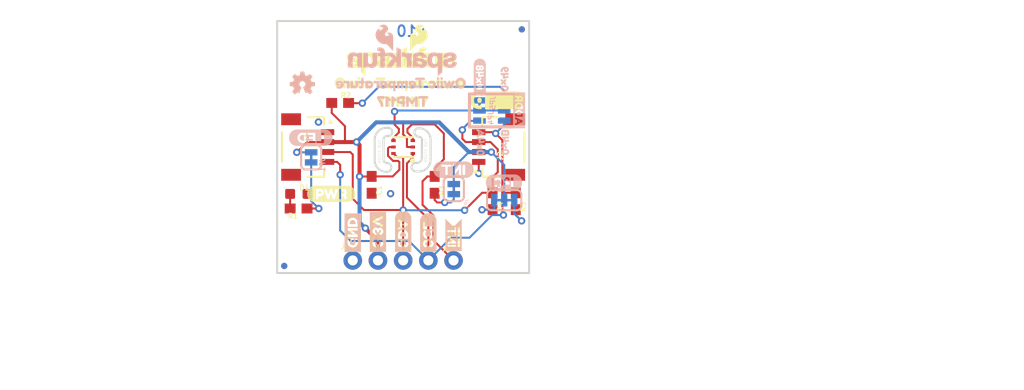
<source format=kicad_pcb>
(kicad_pcb (version 20211014) (generator pcbnew)
  (layers (0 "F.Cu" signal) (31 "B.Cu" signal) (34 "B.Paste" user) (35 "F.Paste" user) (36 "B.SilkS" user "B.Silkscreen") (37 "F.SilkS" user "F.Silkscreen") (38 "B.Mask" user) (39 "F.Mask" user) (44 "Edge.Cuts" user))
  (net 0 "")
  (net 1 "GND")
  (net 2 "3.3V")
  (net 3 "SDA")
  (net 4 "~{INT}")
  (net 5 "N$1")
  (net 6 "ADD0")
  (net 7 "SCL")
  (net 8 "N$2")
  (net 9 "N$3")
  (net 10 "N$4")
  (net 11 "N$7")
  (net 12 "N$8")
  (footprint "boardEagle:CREATIVE_COMMONS" (layer "F.Cu") (at 128.1811 126.5936)
    (fp_text reference "FRAME1" hide)
    (fp_text value "FRAME-LETTER" hide)
  )
  (footprint "boardEagle:STAND-OFF" (layer "F.Cu") (at 158.6611 94.8436)
    (fp_text reference "JP8" hide)
    (fp_text value "STAND-OFF" hide)
    (pad "" np_thru_hole circle (at 0 0) (size 3.302 3.302) (drill 3.302) (layers *.Cu *.Mask))
  )
  (footprint "boardEagle:STAND-OFF" (layer "F.Cu") (at 158.6611 115.1636)
    (fp_text reference "JP3" hide)
    (fp_text value "STAND-OFF" hide)
    (pad "" np_thru_hole circle (at 0 0) (size 3.302 3.302) (drill 3.302) (layers *.Cu *.Mask))
  )
  (footprint "boardEagle:3.3V" (layer "F.Cu") (at 145.9611 116.0526 90)
    (fp_text reference "U$19" hide)
    (fp_text value "" hide)
  )
  (footprint "boardEagle:0603" (layer "F.Cu") (at 157.5181 110.4646 -90)
    (fp_text reference "R4" (at 0 -0.762 90) (layer "F.SilkS") (effects (font (size 0.512064 0.512064) (thickness 0.097536)) (justify right)))
    (fp_text value "2.2k")
    (pad "1" smd rect (at -0.85 0 270) (size 1.1 1) (layers "F.Cu" "F.Paste" "F.Mask") (net 3 "SDA"))
    (pad "2" smd rect (at 0.85 0 270) (size 1.1 1) (layers "F.Cu" "F.Paste" "F.Mask") (net 9 "N$3"))
  )
  (footprint "boardEagle:SCL-[)" (layer "F.Cu") (at 151.0411 116.0526 90)
    (fp_text reference "U$12" hide)
    (fp_text value "" hide)
  )
  (footprint "boardEagle:INT#-[_-04" (layer "F.Cu") (at 153.5811 116.1796 90)
    (fp_text reference "U$3" hide)
    (fp_text value "" hide)
  )
  (footprint "boardEagle:1X04_NO_SILK" (layer "F.Cu") (at 143.4211 116.4336)
    (fp_text reference "J1" (at -1.27 -1.397) (layer "F.SilkS") (effects (font (size 0.512064 0.512064) (thickness 0.097536)) (justify left)))
    (fp_text value "PTH")
    (pad "1" thru_hole circle (at 0 0 90) (size 1.8796 1.8796) (drill 1.016) (layers *.Cu *.Mask) (net 1 "GND"))
    (pad "2" thru_hole circle (at 2.54 0 90) (size 1.8796 1.8796) (drill 1.016) (layers *.Cu *.Mask) (net 2 "3.3V"))
    (pad "3" thru_hole circle (at 5.08 0 90) (size 1.8796 1.8796) (drill 1.016) (layers *.Cu *.Mask) (net 3 "SDA"))
    (pad "4" thru_hole circle (at 7.62 0 90) (size 1.8796 1.8796) (drill 1.016) (layers *.Cu *.Mask) (net 7 "SCL"))
  )
  (footprint "boardEagle:1X01_NO_SILK" (layer "F.Cu") (at 153.5811 116.4336)
    (fp_text reference "J4" (at -1.27 -1.143) (layer "F.SilkS") (effects (font (size 0.512064 0.512064) (thickness 0.097536)) (justify left)))
    (fp_text value "")
    (pad "1" thru_hole circle (at 0 0 90) (size 1.8796 1.8796) (drill 1.016) (layers *.Cu *.Mask) (net 4 "~{INT}"))
  )
  (footprint "boardEagle:TMP1171" (layer "F.Cu") (at 144.9451 100.4062)
    (fp_text reference "U$4" hide)
    (fp_text value "" hide)
  )
  (footprint "boardEagle:GND-04" (layer "F.Cu") (at 143.4211 116.0526 90)
    (fp_text reference "U$10" hide)
    (fp_text value "" hide)
  )
  (footprint "boardEagle:STAND-OFF" (layer "F.Cu") (at 138.3411 115.1636)
    (fp_text reference "JP2" hide)
    (fp_text value "STAND-OFF" hide)
    (pad "" np_thru_hole circle (at 0 0) (size 3.302 3.302) (drill 3.302) (layers *.Cu *.Mask))
  )
  (footprint "boardEagle:0603" (layer "F.Cu") (at 151.6761 108.8136 -90)
    (fp_text reference "R3" (at 0 -0.762 90) (layer "F.SilkS") (effects (font (size 0.512064 0.512064) (thickness 0.097536)) (justify right)))
    (fp_text value "10k")
    (pad "1" smd rect (at -0.85 0 270) (size 1.1 1) (layers "F.Cu" "F.Paste" "F.Mask") (net 4 "~{INT}"))
    (pad "2" smd rect (at 0.85 0 270) (size 1.1 1) (layers "F.Cu" "F.Paste" "F.Mask") (net 10 "N$4"))
  )
  (footprint "boardEagle:TMP117" (layer "F.Cu") (at 148.5011 105.0036 180)
    (fp_text reference "U1" (at -1.3 -1.15) (layer "F.SilkS") (effects (font (size 0.367386 0.367386) (thickness 0.039014)) (justify right)))
    (fp_text value "TMP117")
    (pad "1" smd rect (at -0.975 -0.65 180) (size 0.45 0.3) (layers "F.Cu" "F.Paste" "F.Mask") (net 7 "SCL"))
    (pad "2" smd rect (at -0.975 0 180) (size 0.45 0.3) (layers "F.Cu" "F.Paste" "F.Mask") (net 1 "GND"))
    (pad "3" smd rect (at -0.975 0.65 180) (size 0.45 0.3) (layers "F.Cu" "F.Paste" "F.Mask") (net 4 "~{INT}"))
    (pad "4" smd rect (at 0.975 0.65 180) (size 0.45 0.3) (layers "F.Cu" "F.Paste" "F.Mask") (net 6 "ADD0"))
    (pad "5" smd rect (at 0.975 0 180) (size 0.45 0.3) (layers "F.Cu" "F.Paste" "F.Mask") (net 2 "3.3V"))
    (pad "6" smd rect (at 0.975 -0.65 180) (size 0.45 0.3) (layers "F.Cu" "F.Paste" "F.Mask") (net 3 "SDA"))
  )
  (footprint "boardEagle:0603" (layer "F.Cu") (at 145.3261 108.8136 -90)
    (fp_text reference "C1" (at 0 -0.762 90) (layer "F.SilkS") (effects (font (size 0.512064 0.512064) (thickness 0.097536)) (justify right)))
    (fp_text value "0.1uF")
    (pad "1" smd rect (at -0.85 0 270) (size 1.1 1) (layers "F.Cu" "F.Paste" "F.Mask") (net 2 "3.3V"))
    (pad "2" smd rect (at 0.85 0 270) (size 1.1 1) (layers "F.Cu" "F.Paste" "F.Mask") (net 1 "GND"))
  )
  (footprint "boardEagle:QWIIC_5.5MM" (layer "F.Cu") (at 158.0007 100.2792)
    (fp_text reference "U$15" hide)
    (fp_text value "" hide)
  )
  (footprint "boardEagle:SDA-[)" (layer "F.Cu") (at 148.5011 116.0526 90)
    (fp_text reference "U$13" hide)
    (fp_text value "" hide)
  )
  (footprint "boardEagle:FIDUCIAL-MICRO" (layer "F.Cu") (at 136.5123 116.9924)
    (fp_text reference "FD1" hide)
    (fp_text value "FIDUCIALUFIDUCIAL" hide)
    (pad "1" smd roundrect (at 0 0) (size 0.635 0.635) (layers "F.Cu" "F.Mask") (roundrect_rratio 0.5))
  )
  (footprint "boardEagle:FIDUCIAL-MICRO" (layer "F.Cu") (at 160.4645 93.1418)
    (fp_text reference "FD2" hide)
    (fp_text value "FIDUCIALUFIDUCIAL" hide)
    (pad "1" smd roundrect (at 0 0) (size 0.635 0.635) (layers "F.Cu" "F.Mask") (roundrect_rratio 0.5))
  )
  (footprint "boardEagle:JST04_1MM_RA" (layer "F.Cu") (at 140.8811 105.0036 -90)
    (fp_text reference "J3" (at -1.397 2.159 90) (layer "F.SilkS") (effects (font (size 0.512064 0.512064) (thickness 0.097536)) (justify right)))
    (fp_text value "QWIIC_RA")
    (pad "1" smd rect (at -1.5 0 270) (size 0.6 1.35) (layers "F.Cu" "F.Paste" "F.Mask") (net 1 "GND"))
    (pad "2" smd rect (at -0.5 0 270) (size 0.6 1.35) (layers "F.Cu" "F.Paste" "F.Mask") (net 2 "3.3V"))
    (pad "3" smd rect (at 0.5 0 270) (size 0.6 1.35) (layers "F.Cu" "F.Paste" "F.Mask") (net 3 "SDA"))
    (pad "4" smd rect (at 1.5 0 270) (size 0.6 1.35) (layers "F.Cu" "F.Paste" "F.Mask") (net 7 "SCL"))
    (pad "NC1" smd rect (at 2.8 3.675 270) (size 1.2 2) (layers "F.Cu" "F.Paste" "F.Mask"))
    (pad "NC2" smd rect (at -2.8 3.675 270) (size 1.2 2) (layers "F.Cu" "F.Paste" "F.Mask"))
  )
  (footprint "boardEagle:PWR-()-04" (layer "F.Cu") (at 138.7475 109.728)
    (fp_text reference "U$20" hide)
    (fp_text value "" hide)
  )
  (footprint "boardEagle:STAND-OFF" (layer "F.Cu") (at 138.3411 94.8436)
    (fp_text reference "JP9" hide)
    (fp_text value "STAND-OFF" hide)
    (pad "" np_thru_hole circle (at 0 0) (size 3.302 3.302) (drill 3.302) (layers *.Cu *.Mask))
  )
  (footprint "boardEagle:0603" (layer "F.Cu") (at 137.9601 111.2012 180)
    (fp_text reference "R1" (at 0 -0.762) (layer "F.SilkS") (effects (font (size 0.512064 0.512064) (thickness 0.097536)) (justify right)))
    (fp_text value "1k")
    (pad "1" smd rect (at -0.85 0 180) (size 1.1 1) (layers "F.Cu" "F.Paste" "F.Mask") (net 12 "N$8"))
    (pad "2" smd rect (at 0.85 0 180) (size 1.1 1) (layers "F.Cu" "F.Paste" "F.Mask") (net 5 "N$1"))
  )
  (footprint "boardEagle:0603" (layer "F.Cu") (at 159.8549 110.4646 -90)
    (fp_text reference "R5" (at 0 -0.762 90) (layer "F.SilkS") (effects (font (size 0.512064 0.512064) (thickness 0.097536)) (justify right)))
    (fp_text value "2.2k")
    (pad "1" smd rect (at -0.85 0 270) (size 1.1 1) (layers "F.Cu" "F.Paste" "F.Mask") (net 7 "SCL"))
    (pad "2" smd rect (at 0.85 0 270) (size 1.1 1) (layers "F.Cu" "F.Paste" "F.Mask") (net 8 "N$2"))
  )
  (footprint "boardEagle:0603" (layer "F.Cu") (at 142.1511 100.5586)
    (fp_text reference "R2" (at 0 -0.762) (layer "F.SilkS") (effects (font (size 0.512064 0.512064) (thickness 0.097536)) (justify left)))
    (fp_text value "10k" hide)
    (pad "1" smd rect (at -0.85 0) (size 1.1 1) (layers "F.Cu" "F.Paste" "F.Mask") (net 2 "3.3V"))
    (pad "2" smd rect (at 0.85 0) (size 1.1 1) (layers "F.Cu" "F.Paste" "F.Mask") (net 11 "N$7"))
  )
  (footprint "boardEagle:LED-0603" (layer "F.Cu") (at 137.9855 109.728)
    (fp_text reference "D1" (at 0 -0.635) (layer "F.SilkS") (effects (font (size 0.512064 0.512064) (thickness 0.097536)) (justify left)))
    (fp_text value "RED")
    (pad "A" smd roundrect (at -0.877 0 270) (size 1 1) (layers "F.Cu" "F.Paste" "F.Mask") (roundrect_rratio 0.15) (net 5 "N$1"))
    (pad "C" smd roundrect (at 0.877 0 270) (size 1 1) (layers "F.Cu" "F.Paste" "F.Mask") (roundrect_rratio 0.15) (net 1 "GND"))
  )
  (footprint "boardEagle:SFE_LOGO_NAME_FLAME_.1" (layer "F.Cu") (at 148.3487 96.3676)
    (fp_text reference "LOGO4" hide)
    (fp_text value "SFE_LOGO_NAME_FLAME.1_INCH" hide)
  )
  (footprint "boardEagle:QWIIC_TEMPERATURE2" (layer "F.Cu") (at 140.6779 98.5266)
    (fp_text reference "U$6" hide)
    (fp_text value "" hide)
  )
  (footprint "boardEagle:JST04_1MM_RA" (layer "F.Cu") (at 156.1211 105.0036 90)
    (fp_text reference "J2" (at -1.397 2.159 90) (layer "F.SilkS") (effects (font (size 0.512064 0.512064) (thickness 0.097536)) (justify left)))
    (fp_text value "QWIIC_RA")
    (pad "1" smd rect (at -1.5 0 90) (size 0.6 1.35) (layers "F.Cu" "F.Paste" "F.Mask") (net 1 "GND"))
    (pad "2" smd rect (at -0.5 0 90) (size 0.6 1.35) (layers "F.Cu" "F.Paste" "F.Mask") (net 2 "3.3V"))
    (pad "3" smd rect (at 0.5 0 90) (size 0.6 1.35) (layers "F.Cu" "F.Paste" "F.Mask") (net 3 "SDA"))
    (pad "4" smd rect (at 1.5 0 90) (size 0.6 1.35) (layers "F.Cu" "F.Paste" "F.Mask") (net 7 "SCL"))
    (pad "NC1" smd rect (at 2.8 3.675 90) (size 1.2 2) (layers "F.Cu" "F.Paste" "F.Mask"))
    (pad "NC2" smd rect (at -2.8 3.675 90) (size 1.2 2) (layers "F.Cu" "F.Paste" "F.Mask"))
  )
  (footprint "boardEagle:SCL-[)" (layer "B.Cu") (at 151.0411 116.0526 90)
    (fp_text reference "U$9" hide)
    (fp_text value "" hide)
  )
  (footprint "boardEagle:SMT-JUMPER_3_0-NO_TRACE_NO-SILK" (layer "B.Cu") (at 158.6865 101.3206 -90)
    (fp_text reference "JP5" (at 0 1.143 -270) (layer "B.SilkS") (effects (font (size 0.512064 0.512064) (thickness 0.097536)) (justify right mirror)))
    (fp_text value "JUMPER-SMT_3_NO_NO_SILK")
    (pad "1" smd rect (at -1.016 0 270) (size 0.635 1.27) (layers "B.Cu" "B.Mask") (net 11 "N$7"))
    (pad "2" smd rect (at 0 0 270) (size 0.635 1.27) (layers "B.Cu" "B.Mask") (net 6 "ADD0"))
    (pad "3" smd rect (at 1.016 0 270) (size 0.635 1.27) (layers "B.Cu" "B.Mask") (net 7 "SCL"))
  )
  (footprint "boardEagle:LED0" (layer "B.Cu") (at 141.4907 104.0638 180)
    (fp_text reference "U$8" hide)
    (fp_text value "" hide)
  )
  (footprint "boardEagle:SMT-JUMPER_2_NC_TRACE_SILK" (layer "B.Cu") (at 139.2301 106.045 90)
    (fp_text reference "JP1" (at 0 1.143 90) (layer "B.SilkS") (effects (font (size 0.512064 0.512064) (thickness 0.097536)) (justify left mirror)))
    (fp_text value "LED")
    (fp_line (start -0.508 0) (end 0.508 0) (layer "B.Cu") (width 0.254))
    (pad "1" smd rect (at -0.508 0 90) (size 0.635 1.27) (layers "B.Cu" "B.Mask") (net 12 "N$8"))
    (pad "2" smd rect (at 0.508 0 90) (size 0.635 1.27) (layers "B.Cu" "B.Mask") (net 2 "3.3V"))
  )
  (footprint "boardEagle:GND-04" (layer "B.Cu") (at 143.4211 116.0526 90)
    (fp_text reference "U$23" hide)
    (fp_text value "" hide)
  )
  (footprint "boardEagle:0X4A2" (layer "B.Cu") (at 156.306518 106.6165 90)
    (fp_text reference "U$16" hide)
    (fp_text value "" hide)
  )
  (footprint "boardEagle:QWIIC_TEMPERATURE2" (layer "B.Cu") (at 155.7401 98.552 180)
    (fp_text reference "U$1" hide)
    (fp_text value "" hide)
  )
  (footprint "boardEagle:0X491" (layer "B.Cu") (at 158.7373 100.0887 90)
    (fp_text reference "U$2" hide)
    (fp_text value "" hide)
  )
  (footprint "boardEagle:SMT-JUMPER_2_NC_TRACE_SILK" (layer "B.Cu") (at 153.6065 109.2454 90)
    (fp_text reference "JP10" (at -0.9525 1.27 90) (layer "B.SilkS") (effects (font (size 0.367386 0.367386) (thickness 0.039014)) (justify left mirror)))
    (fp_text value "INT")
    (fp_line (start -0.508 0) (end 0.508 0) (layer "B.Cu") (width 0.254))
    (pad "1" smd rect (at -0.508 0 90) (size 0.635 1.27) (layers "B.Cu" "B.Mask") (net 10 "N$4"))
    (pad "2" smd rect (at 0.508 0 90) (size 0.635 1.27) (layers "B.Cu" "B.Mask") (net 2 "3.3V"))
  )
  (footprint "boardEagle:TMP1171" (layer "B.Cu") (at 151.9555 100.4062 180)
    (fp_text reference "U$5" hide)
    (fp_text value "" hide)
  )
  (footprint "boardEagle:OSHW-LOGO-MINI" (layer "B.Cu") (at 138.3411 98.6536 180)
    (fp_text reference "LOGO1" hide)
    (fp_text value "OSHW-LOGOMINI" hide)
  )
  (footprint "boardEagle:0X480" (layer "B.Cu") (at 156.230318 99.918519 90)
    (fp_text reference "U$42" hide)
    (fp_text value "" hide)
  )
  (footprint "boardEagle:SFE_LOGO_NAME_FLAME_.1" (layer "B.Cu") (at 148.3487 96.3676 180)
    (fp_text reference "LOGO2" hide)
    (fp_text value "SFE_LOGO_NAME_FLAME.1_INCH" hide)
  )
  (footprint "boardEagle:FIDUCIAL-MICRO" (layer "B.Cu") (at 160.4645 93.1418 180)
    (fp_text reference "FD3" hide)
    (fp_text value "FIDUCIALUFIDUCIAL" hide)
    (pad "1" smd roundrect (at 0 0 180) (size 0.635 0.635) (layers "B.Cu" "B.Mask") (roundrect_rratio 0.5))
  )
  (footprint "boardEagle:0X4B3" (layer "B.Cu") (at 158.79064 106.481882 90)
    (fp_text reference "U$17" hide)
    (fp_text value "" hide)
  )
  (footprint "boardEagle:SDA-[)" (layer "B.Cu") (at 148.5011 116.0526 90)
    (fp_text reference "U$14" hide)
    (fp_text value "" hide)
  )
  (footprint "boardEagle:INT-()-04" (layer "B.Cu") (at 155.7147 107.2896 180)
    (fp_text reference "U$7" hide)
    (fp_text value "" hide)
  )
  (footprint "boardEagle:SMT-JUMPER_3_2-NC_TRACE_SILK" (layer "B.Cu") (at 158.6865 110.363 180)
    (fp_text reference "I2C0" (at 0 1.143) (layer "B.SilkS") (effects (font (size 0.512064 0.512064) (thickness 0.097536)) (justify left mirror)))
    (fp_text value "")
    (fp_line (start 0 0) (end -1.016 0) (layer "B.Cu") (width 0.254))
    (fp_line (start 0 0) (end 1.016 0) (layer "B.Cu") (width 0.254))
    (pad "1" smd rect (at -1.016 0 180) (size 0.635 1.27) (layers "B.Cu" "B.Mask") (net 8 "N$2"))
    (pad "2" smd rect (at 0 0 180) (size 0.635 1.27) (layers "B.Cu" "B.Mask") (net 2 "3.3V"))
    (pad "3" smd rect (at 1.016 0 180) (size 0.635 1.27) (layers "B.Cu" "B.Mask") (net 9 "N$3"))
  )
  (footprint "boardEagle:INT#-[_-04" (layer "B.Cu") (at 153.5811 116.1796 90)
    (fp_text reference "U$11" hide)
    (fp_text value "" hide)
  )
  (footprint "boardEagle:SMT-JUMPER_3_1-NC_TRACE_NO-SILK" (layer "B.Cu") (at 156.1973 101.3206 90)
    (fp_text reference "JP4" (at 0 1.143 90) (layer "B.SilkS") (effects (font (size 0.512064 0.512064) (thickness 0.097536)) (justify left mirror)))
    (fp_text value "JUMPER-SMT_3_1-NC_TRACE_NO-SILK")
    (fp_poly (pts (xy 0.3048 -0.127) (xy 0.7112 -0.127) (xy 0.7112 0.127) (xy 0.3048 0.127)) (layer "B.Cu") (width 0) (fill solid))
    (pad "1" smd rect (at -1.016 0 90) (size 0.635 1.27) (layers "B.Cu" "B.Mask") (net 3 "SDA"))
    (pad "2" smd rect (at 0 0 90) (size 0.635 1.27) (layers "B.Cu" "B.Mask") (net 6 "ADD0"))
    (pad "3" smd rect (at 1.016 0 90) (size 0.635 1.27) (layers "B.Cu" "B.Mask") (net 1 "GND"))
  )
  (footprint "boardEagle:I_SUPER2_C-()-04" (layer "B.Cu") (at 160.5661 108.585 180)
    (fp_text reference "U$21" hide)
    (fp_text value "" hide)
  )
  (footprint "boardEagle:ADDR0" (layer "B.Cu") (at 160.1851 103.4796 90)
    (fp_text reference "U$18" hide)
    (fp_text value "" hide)
  )
  (footprint "boardEagle:3.3V" (layer "B.Cu") (at 145.9611 116.0526 90)
    (fp_text reference "U$22" hide)
    (fp_text value "" hide)
  )
  (footprint "boardEagle:FIDUCIAL-MICRO" (layer "B.Cu") (at 136.5123 116.9924 180)
    (fp_text reference "FD4" hide)
    (fp_text value "FIDUCIALUFIDUCIAL" hide)
    (pad "1" smd roundrect (at 0 0 180) (size 0.635 0.635) (layers "B.Cu" "B.Mask") (roundrect_rratio 0.5))
  )
  (gr_line (start 155.1813 99.6442) (end 159.5755 99.6442) (layer "B.SilkS") (width 0.3048))
  (gr_line (start 155.1813 102.9716) (end 155.1813 99.6442) (layer "B.SilkS") (width 0.3048))
  (gr_line (start 159.5755 102.9716) (end 155.1813 102.9716) (layer "B.SilkS") (width 0.3048))
  (gr_line (start 146.972015 103.8987) (end 146.862796 103.903782) (layer "Edge.Cuts") (width 0.2032))
  (gr_arc (start 149.3393 107.0356) (mid 149.491171 106.71975) (end 149.8219 106.6038) (layer "Edge.Cuts") (width 0.2032))
  (gr_arc (start 146.791678 107.502963) (mid 145.967201 107.154087) (end 145.6309 106.324401) (layer "Edge.Cuts") (width 0.2032))
  (gr_arc (start 146.9136 106.616504) (mid 147.202508 106.757214) (end 147.3073 107.061) (layer "Edge.Cuts") (width 0.2032))
  (gr_line (start 149.8219 106.6038) (end 149.9362 106.608882) (layer "Edge.Cuts") (width 0.2032))
  (gr_arc (start 150.0251 103.113841) (mid 150.875706 103.407256) (end 151.2697 104.216201) (layer "Edge.Cuts") (width 0.2032))
  (gr_line (start 146.893278 107.500422) (end 146.791678 107.502963) (layer "Edge.Cuts") (width 0.2032))
  (gr_line (start 151.2697 104.2162) (end 151.2697 106.299) (layer "Edge.Cuts") (width 0.2032))
  (gr_arc (start 149.8981 107.4674) (mid 149.529271 107.367231) (end 149.3393 107.0356) (layer "Edge.Cuts") (width 0.2032))
  (gr_line (start 161.2011 92.3036) (end 161.2011 117.7036) (layer "Edge.Cuts") (width 0.2032))
  (gr_arc (start 151.2697 106.299) (mid 150.914784 107.130444) (end 150.0759 107.4674) (layer "Edge.Cuts") (width 0.2032))
  (gr_arc (start 146.79168 106.598722) (mid 146.577934 106.467048) (end 146.5199 106.2228) (layer "Edge.Cuts") (width 0.2032))
  (gr_line (start 146.8247 103.0732) (end 147.0025 103.0732) (layer "Edge.Cuts") (width 0.2032))
  (gr_arc (start 150.149562 103.9749) (mid 150.329345 104.0641) (end 150.393396 104.2543) (layer "Edge.Cuts") (width 0.2032))
  (gr_arc (start 147.3073 107.061) (mid 147.191296 107.366458) (end 146.893278 107.500422) (layer "Edge.Cuts") (width 0.2032))
  (gr_arc (start 145.6309 104.2416) (mid 145.985816 103.410156) (end 146.8247 103.0732) (layer "Edge.Cuts") (width 0.2032))
  (gr_arc (start 150.3807 106.0196) (mid 150.280494 106.4063) (end 149.9362 106.608882) (layer "Edge.Cuts") (width 0.2032))
  (gr_line (start 161.2011 117.7036) (end 135.8011 117.7036) (layer "Edge.Cuts") (width 0.2032))
  (gr_line (start 150.3807 106.0196) (end 150.393396 104.2543) (layer "Edge.Cuts") (width 0.2032))
  (gr_line (start 146.5199 104.267) (end 146.5199 106.2228) (layer "Edge.Cuts") (width 0.2032))
  (gr_line (start 135.8011 117.7036) (end 135.8011 92.3036) (layer "Edge.Cuts") (width 0.2032))
  (gr_line (start 146.791681 106.598722) (end 146.9136 106.616504) (layer "Edge.Cuts") (width 0.2032))
  (gr_arc (start 150.149562 103.9749) (mid 149.798114 103.855629) (end 149.63394 103.52278) (layer "Edge.Cuts") (width 0.2032))
  (gr_line (start 150.0759 107.4674) (end 149.8981 107.4674) (layer "Edge.Cuts") (width 0.2032))
  (gr_line (start 135.8011 92.3036) (end 161.2011 92.3036) (layer "Edge.Cuts") (width 0.2032))
  (gr_arc (start 147.4089 103.4796) (mid 147.277256 103.779632) (end 146.972015 103.898701) (layer "Edge.Cuts") (width 0.2032))
  (gr_arc (start 147.0025 103.0732) (mid 147.289868 103.192232) (end 147.4089 103.4796) (layer "Edge.Cuts") (width 0.2032))
  (gr_arc (start 146.5199 104.267) (mid 146.616123 104.014375) (end 146.862796 103.903782) (layer "Edge.Cuts") (width 0.2032))
  (gr_arc (start 149.63394 103.522779) (mid 149.744826 103.237298) (end 150.0251 103.113841) (layer "Edge.Cuts") (width 0.2032))
  (gr_line (start 145.6309 106.3244) (end 145.6309 104.2416) (layer "Edge.Cuts") (width 0.2032))
  (gr_text "v10" (at 149.2631 93.9546) (layer "B.Cu") (effects (font (size 1.0795 1.0795) (thickness 0.1905)) (justify bottom mirror)))
  (gr_text "ROUTE OUT" (at 150.9395 106.553 90) (layer "Edge.Cuts") (effects (font (size 0.280416 0.280416) (thickness 0.024384)) (justify left bottom)))
  (gr_text "ROUTE OUT" (at 146.2913 106.6546 90) (layer "Edge.Cuts") (effects (font (size 0.280416 0.280416) (thickness 0.024384)) (justify left bottom)))
  (segment (start 148.8821 104.9684) (end 148.8821 104.1146) (width 0.2032) (layer "F.Cu") (net 1))
  (segment (start 148.5011 103.7336) (end 148.8821 104.1146) (width 0.2032) (layer "F.Cu") (net 1))
  (segment (start 156.1211 106.5036) (end 156.1211 107.6706) (width 0.2032) (layer "F.Cu") (net 1))
  (segment (start 148.5011 102.6786) (end 148.5011 103.7336) (width 0.2032) (layer "F.Cu") (net 1))
  (segment (start 149.4761 105.0036) (end 148.9173 105.0036) (width 0.2032) (layer "F.Cu") (net 1))
  (segment (start 148.9173 105.0036) (end 148.8821 104.9684) (width 0.2032) (layer "F.Cu") (net 1))
  (via (at 139.9667 102.489) (size 0.7366) (drill 0.381) (layers "F.Cu" "B.Cu") (net 1))
  (via (at 147.2311 109.7026) (size 0.7366) (drill 0.381) (layers "F.Cu" "B.Cu") (net 1))
  (via (at 156.1211 107.6706) (size 0.7366) (drill 0.381) (layers "F.Cu" "B.Cu") (net 1))
  (segment (start 146.9771 105.8926) (end 147.4851 106.4006) (width 0.2032) (layer "F.Cu") (net 2))
  (segment (start 147.4461 107.9636) (end 148.1201 107.2896) (width 0.2032) (layer "F.Cu") (net 2))
  (segment (start 148.1201 107.2896) (end 148.1201 106.5276) (width 0.2032) (layer "F.Cu") (net 2))
  (segment (start 145.3143 107.9754) (end 144.1069 107.9754) (width 0.2032) (layer "F.Cu") (net 2))
  (segment (start 146.9771 105.1306) (end 146.9771 105.8926) (width 0.2032) (layer "F.Cu") (net 2))
  (segment (start 143.8021 104.4956) (end 144.1069 104.8004) (width 0.4064) (layer "F.Cu") (net 2))
  (segment (start 146.9771 105.1306) (end 147.1041 105.0036) (width 0.2032) (layer "F.Cu") (net 2))
  (segment (start 156.1291 105.5116) (end 156.1211 105.5036) (width 0.2032) (layer "F.Cu") (net 2))
  (segment (start 145.9611 114.4524) (end 144.6911 113.1824) (width 0.4064) (layer "F.Cu") (net 2))
  (segment (start 140.8811 104.5036) (end 142.6337 104.5036) (width 0.4064) (layer "F.Cu") (net 2))
  (segment (start 142.6337 102.8954) (end 142.6337 104.5036) (width 0.2032) (layer "F.Cu") (net 2))
  (segment (start 147.9931 106.4006) (end 148.1201 106.5276) (width 0.2032) (layer "F.Cu") (net 2))
  (segment (start 141.3011 101.5628) (end 142.6337 102.8954) (width 0.2032) (layer "F.Cu") (net 2))
  (segment (start 141.3011 100.5586) (end 141.3011 101.5628) (width 0.2032) (layer "F.Cu") (net 2))
  (segment (start 145.3261 107.9636) (end 147.4461 107.9636) (width 0.2032) (layer "F.Cu") (net 2))
  (segment (start 140.8811 104.5036) (end 138.8157 104.5036) (width 0.2032) (layer "F.Cu") (net 2))
  (segment (start 145.3261 107.9636) (end 145.3143 107.9754) (width 0.2032) (layer "F.Cu") (net 2))
  (segment (start 147.1041 105.0036) (end 147.5261 105.0036) (width 0.2032) (layer "F.Cu") (net 2))
  (segment (start 144.1069 104.8004) (end 144.1069 107.9754) (width 0.4064) (layer "F.Cu") (net 2))
  (segment (start 143.7941 104.5036) (end 143.8021 104.4956) (width 0.2032) (layer "F.Cu") (net 2))
  (segment (start 147.4851 106.4006) (end 147.9931 106.4006) (width 0.2032) (layer "F.Cu") (net 2))
  (segment (start 138.8157 104.5036) (end 137.7823 105.537) (width 0.2032) (layer "F.Cu") (net 2))
  (segment (start 145.9611 116.4336) (end 145.9611 114.4524) (width 0.4064) (layer "F.Cu") (net 2))
  (segment (start 157.3911 105.5116) (end 156.1291 105.5116) (width 0.4064) (layer "F.Cu") (net 2))
  (segment (start 142.6337 104.5036) (end 143.7941 104.5036) (width 0.4064) (layer "F.Cu") (net 2))
  (via (at 137.7823 105.537) (size 0.7366) (drill 0.381) (layers "F.Cu" "B.Cu") (net 2))
  (via (at 143.8021 104.4956) (size 0.7366) (drill 0.381) (layers "F.Cu" "B.Cu") (net 2))
  (via (at 157.3911 105.5116) (size 0.7366) (drill 0.381) (layers "F.Cu" "B.Cu") (net 2))
  (via (at 144.6911 113.1824) (size 0.7366) (drill 0.381) (layers "F.Cu" "B.Cu") (net 2))
  (via (at 144.1069 107.9754) (size 0.7366) (drill 0.381) (layers "F.Cu" "B.Cu") (net 2))
  (segment (start 144.1069 112.5982) (end 144.6911 113.1824) (width 0.4064) (layer "B.Cu") (net 2))
  (segment (start 157.3911 105.5116) (end 155.1305 105.5116) (width 0.4064) (layer "B.Cu") (net 2))
  (segment (start 145.7833 102.5144) (end 143.8021 104.4956) (width 0.4064) (layer "B.Cu") (net 2))
  (segment (start 139.2301 105.537) (end 137.7823 105.537) (width 0.2032) (layer "B.Cu") (net 2))
  (segment (start 155.1305 105.5116) (end 152.1333 102.5144) (width 0.4064) (layer "B.Cu") (net 2))
  (segment (start 158.6865 110.363) (end 158.6865 106.807) (width 0.2032) (layer "B.Cu") (net 2))
  (segment (start 158.6865 106.807) (end 157.3911 105.5116) (width 0.2032) (layer "B.Cu") (net 2))
  (segment (start 152.1333 102.5144) (end 145.7833 102.5144) (width 0.4064) (layer "B.Cu") (net 2))
  (segment (start 153.6065 108.7374) (end 153.6065 107.0356) (width 0.2032) (layer "B.Cu") (net 2))
  (segment (start 144.1069 107.9754) (end 144.1069 112.5982) (width 0.4064) (layer "B.Cu") (net 2))
  (segment (start 153.6065 107.0356) (end 155.1305 105.5116) (width 0.2032) (layer "B.Cu") (net 2))
  (segment (start 158.0388 107.5309) (end 157.5181 108.0516) (width 0.2032) (layer "F.Cu") (net 3))
  (segment (start 143.4211 110.219732) (end 144.554968 111.3536) (width 0.2032) (layer "F.Cu") (net 3))
  (segment (start 148.5011 116.4336) (end 148.5011 111.3536) (width 0.2032) (layer "F.Cu") (net 3))
  (segment (start 156.1211 104.5036) (end 157.299087 104.5036) (width 0.2032) (layer "F.Cu") (net 3))
  (segment (start 148.5011 106.115782) (end 148.5011 111.3536) (width 0.2032) (layer "F.Cu") (net 3))
  (segment (start 156.4631 109.6146) (end 154.6987 111.379) (width 0.2032) (layer "F.Cu") (net 3))
  (segment (start 157.5181 108.0516) (end 157.5181 109.6146) (width 0.2032) (layer "F.Cu") (net 3))
  (segment (start 158.0388 105.243313) (end 158.0388 107.5309) (width 0.2032) (layer "F.Cu") (net 3))
  (segment (start 140.8891 105.5116) (end 143.1671 105.5116) (width 0.2032) (layer "F.Cu") (net 3))
  (segment (start 157.299087 104.5036) (end 158.0388 105.243313) (width 0.2032) (layer "F.Cu") (net 3))
  (segment (start 147.5261 105.6536) (end 147.8921 106.0196) (width 0.2032) (layer "F.Cu") (net 3))
  (segment (start 140.8811 105.5036) (end 140.8891 105.5116) (width 0.2032) (layer "F.Cu") (net 3))
  (segment (start 143.1671 105.5116) (end 143.4211 105.7656) (width 0.2032) (layer "F.Cu") (net 3))
  (segment (start 154.4701 104.1654) (end 154.4701 103.2764) (width 0.2032) (layer "F.Cu") (net 3))
  (segment (start 143.4211 105.7656) (end 143.4211 110.219732) (width 0.2032) (layer "F.Cu") (net 3))
  (segment (start 154.8083 104.5036) (end 154.4701 104.1654) (width 0.2032) (layer "F.Cu") (net 3))
  (segment (start 157.5181 109.6146) (end 156.4631 109.6146) (width 0.2032) (layer "F.Cu") (net 3))
  (segment (start 147.8921 106.0196) (end 148.404918 106.0196) (width 0.2032) (layer "F.Cu") (net 3))
  (segment (start 148.404918 106.0196) (end 148.5011 106.115782) (width 0.2032) (layer "F.Cu") (net 3))
  (segment (start 144.554968 111.3536) (end 148.5011 111.3536) (width 0.2032) (layer "F.Cu") (net 3))
  (segment (start 156.1211 104.5036) (end 154.8083 104.5036) (width 0.2032) (layer "F.Cu") (net 3))
  (via (at 154.4701 103.2764) (size 0.7366) (drill 0.381) (layers "F.Cu" "B.Cu") (net 3))
  (via (at 148.5011 111.3536) (size 0.7366) (drill 0.381) (layers "F.Cu" "B.Cu") (net 3))
  (via (at 154.6987 111.379) (size 0.7366) (drill 0.381) (layers "F.Cu" "B.Cu") (net 3))
  (segment (start 154.6987 111.379) (end 148.5265 111.379) (width 0.2032) (layer "B.Cu") (net 3))
  (segment (start 156.1973 102.3366) (end 156.1719 102.362) (width 0.2032) (layer "B.Cu") (net 3))
  (segment (start 155.3083 102.362) (end 154.4701 103.2002) (width 0.2032) (layer "B.Cu") (net 3))
  (segment (start 156.1719 102.362) (end 155.3083 102.362) (width 0.2032) (layer "B.Cu") (net 3))
  (segment (start 148.5265 111.379) (end 148.5011 111.3536) (width 0.2032) (layer "B.Cu") (net 3))
  (segment (start 154.4701 103.2002) (end 154.4701 103.2764) (width 0.2032) (layer "B.Cu") (net 3))
  (segment (start 152.6041 106.2346) (end 152.6041 103.6456) (width 0.2032) (layer "F.Cu") (net 4))
  (segment (start 152.6041 103.6456) (end 151.6761 102.7176) (width 0.2032) (layer "F.Cu") (net 4))
  (segment (start 153.5811 116.4336) (end 151.5491 114.4016) (width 0.2032) (layer "F.Cu") (net 4))
  (segment (start 148.9329 103.5304) (end 148.9329 103.1748) (width 0.2032) (layer "F.Cu") (net 4))
  (segment (start 149.4761 104.0736) (end 148.9329 103.5304) (width 0.2032) (layer "F.Cu") (net 4))
  (segment (start 150.4569 108.458) (end 150.9513 107.9636) (width 0.2032) (layer "F.Cu") (net 4))
  (segment (start 151.6761 102.7176) (end 149.3901 102.7176) (width 0.2032) (layer "F.Cu") (net 4))
  (segment (start 150.9513 107.9636) (end 151.6761 107.9636) (width 0.2032) (layer "F.Cu") (net 4))
  (segment (start 151.5491 111.9124) (end 150.4569 110.8202) (width 0.2032) (layer "F.Cu") (net 4))
  (segment (start 149.4761 104.3536) (end 149.4761 104.0736) (width 0.2032) (layer "F.Cu") (net 4))
  (segment (start 151.6761 107.1626) (end 152.6041 106.2346) (width 0.2032) (layer "F.Cu") (net 4))
  (segment (start 150.4569 110.8202) (end 150.4569 108.458) (width 0.2032) (layer "F.Cu") (net 4))
  (segment (start 151.6761 107.9636) (end 151.6761 107.1626) (width 0.2032) (layer "F.Cu") (net 4))
  (segment (start 148.9329 103.1748) (end 149.3901 102.7176) (width 0.2032) (layer "F.Cu") (net 4))
  (segment (start 151.5491 114.4016) (end 151.5491 111.9124) (width 0.2032) (layer "F.Cu") (net 4))
  (segment (start 137.1085 111.1996) (end 137.1085 109.728) (width 0.2032) (layer "F.Cu") (net 5))
  (segment (start 137.1101 111.2012) (end 137.1085 111.1996) (width 0.2032) (layer "F.Cu") (net 5))
  (segment (start 147.5261 104.0736) (end 148.0693 103.5304) (width 0.2032) (layer "F.Cu") (net 6))
  (segment (start 148.0693 103.5304) (end 148.0693 103.1748) (width 0.2032) (layer "F.Cu") (net 6))
  (segment (start 148.0693 103.1748) (end 147.6375 102.743) (width 0.2032) (layer "F.Cu") (net 6))
  (segment (start 147.6375 102.743) (end 147.6375 101.4222) (width 0.2032) (layer "F.Cu") (net 6))
  (segment (start 147.5261 104.0736) (end 147.5261 104.3536) (width 0.2032) (layer "F.Cu") (net 6))
  (via (at 147.6375 101.4222) (size 0.7366) (drill 0.381) (layers "F.Cu" "B.Cu") (net 6))
  (segment (start 147.6375 101.4222) (end 147.7391 101.3206) (width 0.2032) (layer "B.Cu") (net 6))
  (segment (start 147.7391 101.3206) (end 156.1973 101.3206) (width 0.2032) (layer "B.Cu") (net 6))
  (segment (start 156.1973 101.3206) (end 158.6865 101.3206) (width 0.2032) (layer "B.Cu") (net 6))
  (segment (start 141.8463 106.5022) (end 140.8825 106.5022) (width 0.2032) (layer "F.Cu") (net 7))
  (segment (start 159.8549 109.6146) (end 158.5168 109.6146) (width 0.2032) (layer "F.Cu") (net 7))
  (segment (start 142.1511 106.807) (end 141.8463 106.5022) (width 0.2032) (layer "F.Cu") (net 7))
  (segment (start 151.0411 112.2546) (end 151.0411 116.4336) (width 0.2032) (layer "F.Cu") (net 7))
  (segment (start 148.8821 106.6546) (end 148.8821 110.0956) (width 0.2032) (layer "F.Cu") (net 7))
  (segment (start 158.5032 109.601) (end 158.5032 111.7545) (width 0.2032) (layer "F.Cu") (net 7))
  (segment (start 158.5032 104.3123) (end 157.8229 103.632) (width 0.2032) (layer "F.Cu") (net 7))
  (segment (start 158.5168 109.6146) (end 158.5032 109.601) (width 0.2032) (layer "F.Cu") (net 7))
  (segment (start 158.5032 104.3123) (end 158.5032 107.082275) (width 0.2032) (layer "F.Cu") (net 7))
  (segment (start 157.6945 103.5036) (end 157.8229 103.632) (width 0.2032) (layer "F.Cu") (net 7))
  (segment (start 149.4761 106.0606) (end 149.4761 105.6536) (width 0.2032) (layer "F.Cu") (net 7))
  (segment (start 158.5032 107.082275) (end 158.5032 109.601) (width 0.2032) (layer "F.Cu") (net 7))
  (segment (start 148.8821 110.0956) (end 151.0411 112.2546) (width 0.2032) (layer "F.Cu") (net 7))
  (segment (start 148.8821 106.6546) (end 149.4761 106.0606) (width 0.2032) (layer "F.Cu") (net 7))
  (segment (start 142.1511 106.807) (end 142.1511 107.7976) (width 0.2032) (layer "F.Cu") (net 7))
  (segment (start 140.8811 106.5036) (end 140.8825 106.5022) (width 0.2032) (layer "F.Cu") (net 7))
  (segment (start 158.5032 111.7545) (end 158.6103 111.8616) (width 0.2032) (layer "F.Cu") (net 7))
  (segment (start 156.1211 103.5036) (end 157.6945 103.5036) (width 0.2032) (layer "F.Cu") (net 7))
  (via (at 158.6103 111.8616) (size 0.7366) (drill 0.381) (layers "F.Cu" "B.Cu") (net 7))
  (via (at 142.1511 107.7976) (size 0.7366) (drill 0.381) (layers "F.Cu" "B.Cu") (net 7))
  (via (at 157.8229 103.632) (size 0.7366) (drill 0.381) (layers "F.Cu" "B.Cu") (net 7))
  (segment (start 151.0411 116.4336) (end 149.0853 114.4778) (width 0.2032) (layer "B.Cu") (net 7))
  (segment (start 142.1511 113.412588) (end 143.216312 114.4778) (width 0.2032) (layer "B.Cu") (net 7))
  (segment (start 158.6865 102.3366) (end 158.6865 102.7684) (width 0.2032) (layer "B.Cu") (net 7))
  (segment (start 142.1511 107.7976) (end 142.1511 113.412588) (width 0.2032) (layer "B.Cu") (net 7))
  (segment (start 153.3271 114.1476) (end 155.1813 114.1476) (width 0.2032) (layer "B.Cu") (net 7))
  (segment (start 155.1813 114.1476) (end 155.9433 113.3856) (width 0.2032) (layer "B.Cu") (net 7))
  (segment (start 157.4673 111.8616) (end 158.6103 111.8616) (width 0.2032) (layer "B.Cu") (net 7))
  (segment (start 143.216312 114.4778) (end 149.0853 114.4778) (width 0.2032) (layer "B.Cu") (net 7))
  (segment (start 151.0411 116.4336) (end 153.3271 114.1476) (width 0.2032) (layer "B.Cu") (net 7))
  (segment (start 157.4673 111.8616) (end 155.9433 113.3856) (width 0.2032) (layer "B.Cu") (net 7))
  (segment (start 158.6865 102.7684) (end 157.8229 103.632) (width 0.2032) (layer "B.Cu") (net 7))
  (segment (start 159.8549 111.8616) (end 159.8549 111.3146) (width 0.2032) (layer "F.Cu") (net 8))
  (segment (start 160.4391 112.4458) (end 159.8549 111.8616) (width 0.2032) (layer "F.Cu") (net 8))
  (via (at 160.4391 112.4458) (size 0.7366) (drill 0.381) (layers "F.Cu" "B.Cu") (net 8))
  (segment (start 159.7025 111.7092) (end 160.4391 112.4458) (width 0.2032) (layer "B.Cu") (net 8))
  (segment (start 159.7025 110.363) (end 159.7025 111.7092) (width 0.2032) (layer "B.Cu") (net 8))
  (segment (start 156.4649 111.3146) (end 156.4513 111.3282) (width 0.2032) (layer "F.Cu") (net 9))
  (segment (start 157.5181 111.3146) (end 156.4649 111.3146) (width 0.2032) (layer "F.Cu") (net 9))
  (via (at 156.4513 111.3282) (size 0.7366) (drill 0.381) (layers "F.Cu" "B.Cu") (net 9))
  (segment (start 156.4513 111.3282) (end 157.5435 111.3282) (width 0.2032) (layer "B.Cu") (net 9))
  (segment (start 157.6959 110.3884) (end 157.6959 111.1758) (width 0.2032) (layer "B.Cu") (net 9))
  (segment (start 157.6705 110.363) (end 157.6959 110.3884) (width 0.2032) (layer "B.Cu") (net 9))
  (segment (start 157.5435 111.3282) (end 157.6959 111.1758) (width 0.2032) (layer "B.Cu") (net 9))
  (segment (start 151.9301 110.5916) (end 152.6921 110.5916) (width 0.2032) (layer "F.Cu") (net 10))
  (segment (start 151.6761 110.3376) (end 151.9301 110.5916) (width 0.2032) (layer "F.Cu") (net 10))
  (segment (start 151.6761 109.6636) (end 151.6761 110.3376) (width 0.2032) (layer "F.Cu") (net 10))
  (via (at 152.6921 110.5916) (size 0.7366) (drill 0.381) (layers "F.Cu" "B.Cu") (net 10))
  (segment (start 153.3017 110.5916) (end 153.6065 110.2868) (width 0.2032) (layer "B.Cu") (net 10))
  (segment (start 152.6921 110.5916) (end 153.3017 110.5916) (width 0.2032) (layer "B.Cu") (net 10))
  (segment (start 153.6065 109.7534) (end 153.6065 110.2868) (width 0.2032) (layer "B.Cu") (net 10))
  (segment (start 143.0265 100.584) (end 143.0011 100.5586) (width 0.2032) (layer "F.Cu") (net 11))
  (segment (start 144.3863 100.584) (end 143.0265 100.584) (width 0.2032) (layer "F.Cu") (net 11))
  (via (at 144.3863 100.584) (size 0.7366) (drill 0.381) (layers "F.Cu" "B.Cu") (net 11))
  (segment (start 158.6865 100.3046) (end 158.6865 99.3394) (width 0.2032) (layer "B.Cu") (net 11))
  (segment (start 158.6865 99.3394) (end 158.2801 98.933) (width 0.2032) (layer "B.Cu") (net 11))
  (segment (start 158.2801 98.933) (end 146.0373 98.933) (width 0.2032) (layer "B.Cu") (net 11))
  (segment (start 146.0373 98.933) (end 144.3863 100.584) (width 0.2032) (layer "B.Cu") (net 11))
  (segment (start 139.9921 111.2012) (end 138.8101 111.2012) (width 0.2032) (layer "F.Cu") (net 12))
  (via (at 139.9921 111.2012) (size 0.7366) (drill 0.381) (layers "F.Cu" "B.Cu") (net 12))
  (segment (start 139.2301 110.4392) (end 139.9921 111.2012) (width 0.2032) (layer "B.Cu") (net 12))
  (segment (start 139.2301 106.553) (end 139.2301 110.4392) (width 0.2032) (layer "B.Cu") (net 12))
)
</source>
